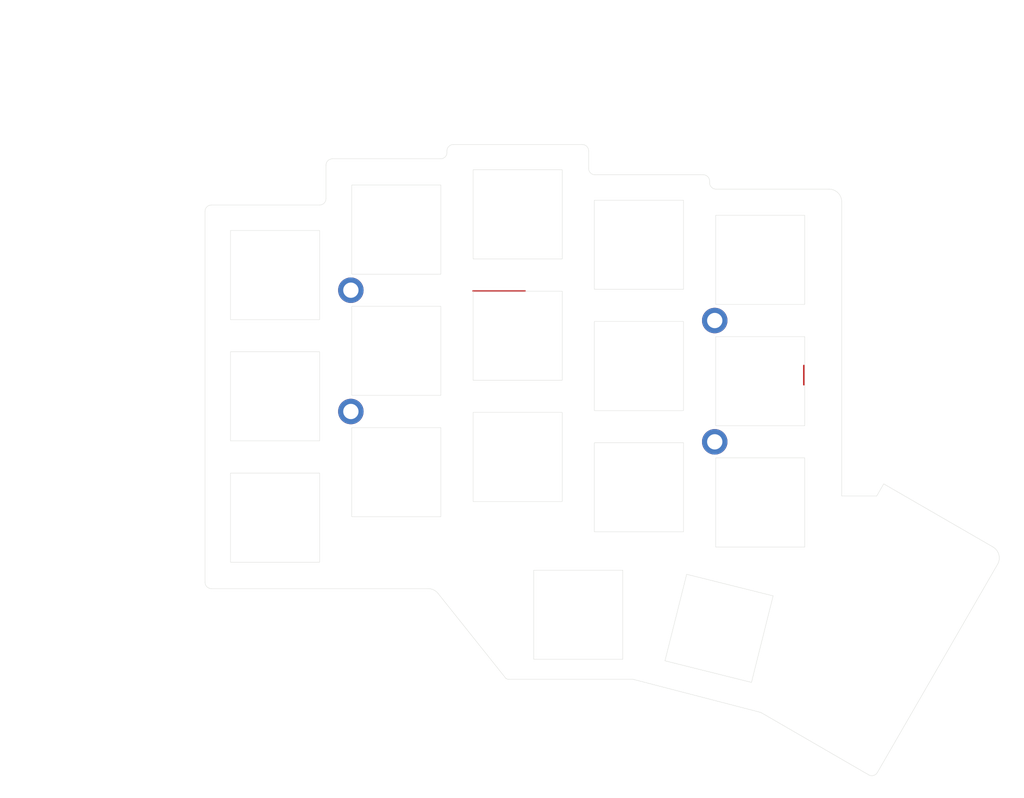
<source format=kicad_pcb>
(kicad_pcb (version 20240108) (generator "pcbnew") (generator_version "8.0")
  (layers (0 "F.Cu" signal) (31 "B.Cu" signal) (34 "B.Paste" user) (35 "F.Paste" user) (36 "B.SilkS" user "B.Silkscreen") (37 "F.SilkS" user "F.Silkscreen") (38 "B.Mask" user) (39 "F.Mask" user) (44 "Edge.Cuts" user))
  (net 0 "")
  (net 1 "row1")
  (net 2 "Net-(D10-A)")
  (footprint "Miriball36:HOLE_M2_CASEPCB" (layer "F.Cu") (at 126.8977 84.7343)
    (property "Reference" "H4" (hide yes))
    (property "Value" "MountingHole")
    (pad "" thru_hole circle (at 0 0) (size 4 4) (drill 2.4) (layers "*.Cu" "*.Mask"))
  )
  (footprint "Miriball36:HOLE_M2_CASEPCB" (layer "F.Cu") (at 126.8977 65.6839)
    (property "Reference" "H2" (hide yes))
    (property "Value" "MountingHole")
    (pad "" thru_hole circle (at 0 0) (size 4 4) (drill 2.4) (layers "*.Cu" "*.Mask"))
  )
  (footprint "Miriball36:HOLE_M2_CASEPCB" (layer "F.Cu") (at 69.7465 60.9213)
    (property "Reference" "H1" (hide yes))
    (property "Value" "MountingHole")
    (pad "" thru_hole circle (at 0 0) (size 4 4) (drill 2.4) (layers "*.Cu" "*.Mask"))
  )
  (footprint "Miriball36:HOLE_M2_CASEPCB" (layer "F.Cu") (at 69.7465 79.9717)
    (property "Reference" "H3" (hide yes))
    (property "Value" "MountingHole")
    (pad "" thru_hole circle (at 0 0) (size 4 4) (drill 2.4) (layers "*.Cu" "*.Mask"))
  )
  (gr_arc (start 106.09 38.04) (mid 106.797107 38.332893) (end 107.09 39.04) (stroke (width 0.05)) (layer "Edge.Cuts"))
  (gr_rect (start 107.9912 84.8782) (end 121.9912 98.8782) (stroke (width 0.05)) (fill none) (layer "Edge.Cuts"))
  (gr_rect (start 88.9408 61.0652) (end 102.9408 75.0652) (stroke (width 0.05)) (fill none) (layer "Edge.Cuts"))
  (gr_line (start 152.44082 136.67437) (end 171.319822 103.974979) (stroke (width 0.05)) (layer "Edge.Cuts"))
  (gr_line (start 125.09 42.79) (end 108.09 42.79) (stroke (width 0.05)) (layer "Edge.Cuts"))
  (gr_line (start 106.09 38.04) (end 85.84 38.04) (stroke (width 0.05)) (layer "Edge.Cuts"))
  (gr_arc (start 108.09 42.79) (mid 107.382893 42.497107) (end 107.09 41.79) (stroke (width 0.05)) (layer "Edge.Cuts"))
  (gr_arc (start 134.008123 127.205797) (mid 134.136492 127.248555) (end 134.257922 127.308236) (stroke (width 0.05)) (layer "Edge.Cuts"))
  (gr_line (start 136.07 108.93) (end 132.67 122.52) (stroke (width 0.05)) (layer "Edge.Cuts"))
  (gr_rect (start 127.0416 87.2595) (end 141.0416 101.2595) (stroke (width 0.05)) (fill none) (layer "Edge.Cuts"))
  (gr_rect (start 69.8904 82.4969) (end 83.8904 96.4969) (stroke (width 0.05)) (fill none) (layer "Edge.Cuts"))
  (gr_line (start 83.440507 108.542346) (end 94.112636 121.912943) (stroke (width 0.05)) (layer "Edge.Cuts"))
  (gr_line (start 153.44 91.34) (end 170.587973 101.243044) (stroke (width 0.05)) (layer "Edge.Cuts"))
  (gr_arc (start 144.84 45.04) (mid 146.254214 45.625786) (end 146.84 47.04) (stroke (width 0.05)) (layer "Edge.Cuts"))
  (gr_rect (start 69.8904 44.3961) (end 83.8904 58.3961) (stroke (width 0.05)) (fill none) (layer "Edge.Cuts"))
  (gr_rect (start 50.84 89.6408) (end 64.84 103.6408) (stroke (width 0.05)) (fill none) (layer "Edge.Cuts"))
  (gr_line (start 46.84 48.54) (end 46.84 106.79) (stroke (width 0.05)) (layer "Edge.Cuts"))
  (gr_line (start 132.67 122.52) (end 119.08 119.13) (stroke (width 0.05)) (layer "Edge.Cuts"))
  (gr_rect (start 127.0416 68.2091) (end 141.0416 82.2091) (stroke (width 0.05)) (fill none) (layer "Edge.Cuts"))
  (gr_line (start 126.09 43.79) (end 126.09 44.04) (stroke (width 0.05)) (layer "Edge.Cuts"))
  (gr_arc (start 65.84 46.54) (mid 65.547107 47.247107) (end 64.84 47.54) (stroke (width 0.05)) (layer "Edge.Cuts"))
  (gr_arc (start 170.587973 101.243044) (mid 171.519653 102.457453) (end 171.319822 103.974979) (stroke (width 0.05)) (layer "Edge.Cuts"))
  (gr_line (start 122.49 105.54) (end 136.07 108.93) (stroke (width 0.05)) (layer "Edge.Cuts"))
  (gr_rect (start 88.9408 80.1156) (end 102.9408 94.1156) (stroke (width 0.05)) (fill none) (layer "Edge.Cuts"))
  (gr_rect (start 107.9912 46.7774) (end 121.9912 60.7774) (stroke (width 0.05)) (fill none) (layer "Edge.Cuts"))
  (gr_line (start 152.34 93.24) (end 153.44 91.34) (stroke (width 0.05)) (layer "Edge.Cuts"))
  (gr_line (start 114.21348 122.072025) (end 134.008123 127.205797) (stroke (width 0.05)) (layer "Edge.Cuts"))
  (gr_arc (start 113.962434 122.04) (mid 114.088974 122.048039) (end 114.21348 122.072025) (stroke (width 0.05)) (layer "Edge.Cuts"))
  (gr_rect (start 50.84 70.5904) (end 64.84 84.5904) (stroke (width 0.05)) (fill none) (layer "Edge.Cuts"))
  (gr_rect (start 127.0416 49.1587) (end 141.0416 63.1587) (stroke (width 0.05)) (fill none) (layer "Edge.Cuts"))
  (gr_line (start 84.84 39.04) (end 84.84 39.29) (stroke (width 0.05)) (layer "Edge.Cuts"))
  (gr_line (start 64.84 47.54) (end 47.84 47.54) (stroke (width 0.05)) (layer "Edge.Cuts"))
  (gr_arc (start 65.84 41.29) (mid 66.132893 40.582893) (end 66.84 40.29) (stroke (width 0.05)) (layer "Edge.Cuts"))
  (gr_arc (start 81.877382 107.79) (mid 82.744766 107.987869) (end 83.440507 108.542346) (stroke (width 0.05)) (layer "Edge.Cuts"))
  (gr_line (start 47.84 107.79) (end 81.877382 107.79) (stroke (width 0.05)) (layer "Edge.Cuts"))
  (gr_rect (start 107.9912 65.8278) (end 121.9912 79.8278) (stroke (width 0.05)) (fill none) (layer "Edge.Cuts"))
  (gr_rect (start 50.84 51.54) (end 64.84 65.54) (stroke (width 0.05)) (fill none) (layer "Edge.Cuts"))
  (gr_line (start 146.84 93.24) (end 152.34 93.24) (stroke (width 0.05)) (layer "Edge.Cuts"))
  (gr_line (start 146.84 47.04) (end 146.84 93.24) (stroke (width 0.05)) (layer "Edge.Cuts"))
  (gr_line (start 134.257922 127.308236) (end 151.074403 137.039121) (stroke (width 0.05)) (layer "Edge.Cuts"))
  (gr_rect (start 69.8904 63.4465) (end 83.8904 77.4465) (stroke (width 0.05)) (fill none) (layer "Edge.Cuts"))
  (gr_line (start 144.84 45.04) (end 127.09 45.04) (stroke (width 0.05)) (layer "Edge.Cuts"))
  (gr_arc (start 84.84 39.04) (mid 85.132893 38.332893) (end 85.84 38.04) (stroke (width 0.05)) (layer "Edge.Cuts"))
  (gr_line (start 107.09 41.79) (end 107.09 39.04) (stroke (width 0.05)) (layer "Edge.Cuts"))
  (gr_arc (start 125.09 42.79) (mid 125.797107 43.082893) (end 126.09 43.79) (stroke (width 0.05)) (layer "Edge.Cuts"))
  (gr_arc (start 127.09 45.04) (mid 126.382893 44.747107) (end 126.09 44.04) (stroke (width 0.05)) (layer "Edge.Cuts"))
  (gr_arc (start 47.84 107.79) (mid 47.132893 107.497107) (end 46.84 106.79) (stroke (width 0.05)) (layer "Edge.Cuts"))
  (gr_line (start 94.600457 122.04) (end 113.962434 122.04) (stroke (width 0.05)) (layer "Edge.Cuts"))
  (gr_line (start 65.84 41.29) (end 65.84 46.54) (stroke (width 0.05)) (layer "Edge.Cuts"))
  (gr_arc (start 46.84 48.54) (mid 47.132893 47.832893) (end 47.84 47.54) (stroke (width 0.05)) (layer "Edge.Cuts"))
  (gr_arc (start 152.44082 136.67437) (mid 151.833158 137.139754) (end 151.074403 137.039121) (stroke (width 0.05)) (layer "Edge.Cuts"))
  (gr_arc (start 94.600457 122.04) (mid 94.348409 122.007715) (end 94.112636 121.912943) (stroke (width 0.05)) (layer "Edge.Cuts"))
  (gr_rect (start 98.466 104.89) (end 112.466 118.89) (stroke (width 0.05)) (fill none) (layer "Edge.Cuts"))
  (gr_line (start 119.08 119.13) (end 122.49 105.54) (stroke (width 0.05)) (layer "Edge.Cuts"))
  (gr_rect (start 88.9408 42.0148) (end 102.9408 56.0148) (stroke (width 0.05)) (fill none) (layer "Edge.Cuts"))
  (gr_arc (start 84.84 39.29) (mid 84.547107 39.997107) (end 83.84 40.29) (stroke (width 0.05)) (layer "Edge.Cuts"))
  (gr_line (start 83.84 40.29) (end 66.84 40.29) (stroke (width 0.05)) (layer "Edge.Cuts"))
  (segment (start 88.94 61.04) (end 97.09975 61.04) (width 0.25) (layer "F.Cu") (net 1))
  (segment (start 140.89 75.763833) (end 140.89 72.749999) (width 0.25) (layer "F.Cu") (net 2))
)
</source>
